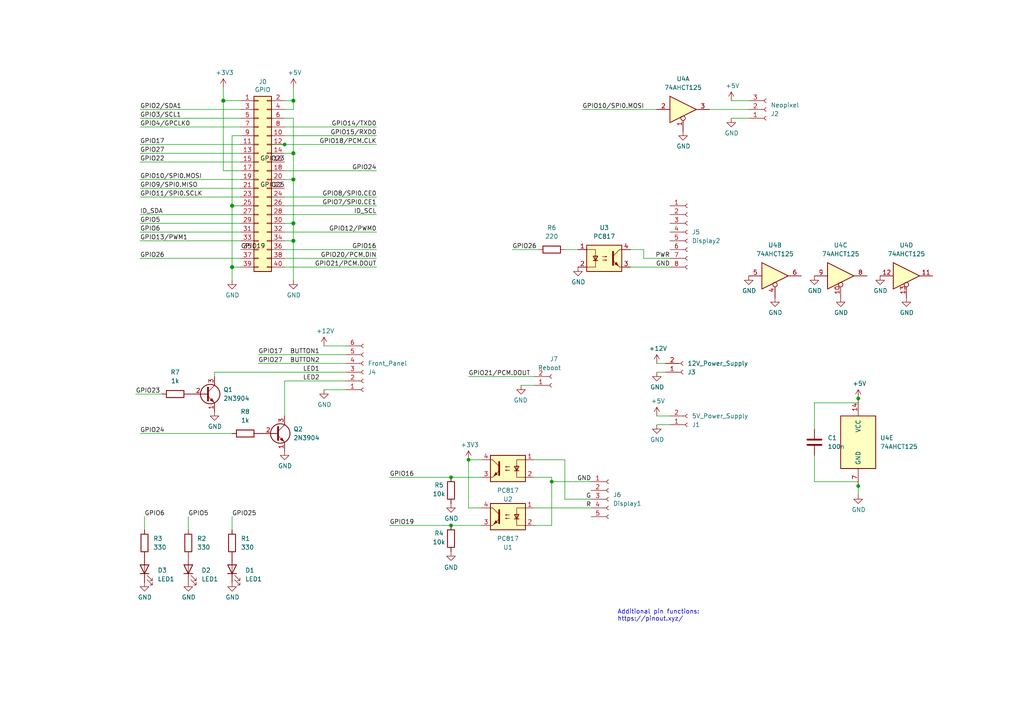
<source format=kicad_sch>
(kicad_sch (version 20231120) (generator "eeschema") (generator_version "8.0")
  (paper "A4")
  (title_block (title "Fotobox_HAT") (date "2024-09-08") (rev "V1.0.1"))
  (lib_symbols
    (symbol "74xx:74AHCT125" (pin_names (offset 1.016))
      (property "Reference" "U" (at 0 1.27 0))
      (property "Value" "74AHCT125" (at 0 -1.27 0))
      (symbol "74AHCT125_1_0"
        (polyline (pts (xy -3.81 3.81) (xy -3.81 -3.81) (xy 3.81 0) (xy -3.81 3.81)) (stroke (width 0.254)) (fill (type background)))
        (pin input inverted (at 0 -6.35 90) (length 4.445) (name "~") (number "1"))
        (pin input line (at -7.62 0 0) (length 3.81) (name "~") (number "2"))
        (pin tri_state line (at 7.62 0 180) (length 3.81) (name "~") (number "3"))
      )
      (symbol "74AHCT125_2_0"
        (polyline (pts (xy -3.81 3.81) (xy -3.81 -3.81) (xy 3.81 0) (xy -3.81 3.81)) (stroke (width 0.254)) (fill (type background)))
        (pin input inverted (at 0 -6.35 90) (length 4.445) (name "~") (number "4"))
        (pin input line (at -7.62 0 0) (length 3.81) (name "~") (number "5"))
        (pin tri_state line (at 7.62 0 180) (length 3.81) (name "~") (number "6"))
      )
      (symbol "74AHCT125_3_0"
        (polyline (pts (xy -3.81 3.81) (xy -3.81 -3.81) (xy 3.81 0) (xy -3.81 3.81)) (stroke (width 0.254)) (fill (type background)))
        (pin input inverted (at 0 -6.35 90) (length 4.445) (name "~") (number "10"))
        (pin tri_state line (at 7.62 0 180) (length 3.81) (name "~") (number "8"))
        (pin input line (at -7.62 0 0) (length 3.81) (name "~") (number "9"))
      )
      (symbol "74AHCT125_4_0"
        (polyline (pts (xy -3.81 3.81) (xy -3.81 -3.81) (xy 3.81 0) (xy -3.81 3.81)) (stroke (width 0.254)) (fill (type background)))
        (pin tri_state line (at 7.62 0 180) (length 3.81) (name "~") (number "11"))
        (pin input line (at -7.62 0 0) (length 3.81) (name "~") (number "12"))
        (pin input inverted (at 0 -6.35 90) (length 4.445) (name "~") (number "13"))
      )
      (symbol "74AHCT125_5_0"
        (pin power_in line (at 0 12.7 270) (length 5.08) (name "VCC") (number "14"))
        (pin power_in line (at 0 -12.7 90) (length 5.08) (name "GND") (number "7"))
      )
      (symbol "74AHCT125_5_1"
        (rectangle (start -5.08 7.62) (end 5.08 -7.62) (stroke (width 0.254)) (fill (type background)))
      )
    )
    (symbol "Connector:Conn_01x02_Socket" (pin_names (offset 1.016) hide)
      (property "Reference" "J" (at 0 2.54 0))
      (property "Value" "Conn_01x02_Socket" (at 0 -5.08 0))
      (symbol "Conn_01x02_Socket_1_1"
        (arc (start 0 -2.032) (mid -0.5058 -2.54) (end 0 -3.048) (stroke (width 0.1524)))
        (polyline (pts (xy -1.27 -2.54) (xy -0.508 -2.54)) (stroke (width 0.1524)))
        (polyline (pts (xy -1.27 0) (xy -0.508 0)) (stroke (width 0.1524)))
        (arc (start 0 0.508) (mid -0.5058 0) (end 0 -0.508) (stroke (width 0.1524)))
        (pin passive line (at -5.08 0 0) (length 3.81) (name "Pin_1") (number "1"))
        (pin passive line (at -5.08 -2.54 0) (length 3.81) (name "Pin_2") (number "2"))
      )
    )
    (symbol "Connector:Conn_01x03_Socket" (pin_names (offset 1.016) hide)
      (property "Reference" "J" (at 0 5.08 0))
      (property "Value" "Conn_01x03_Socket" (at 0 -5.08 0))
      (symbol "Conn_01x03_Socket_1_1"
        (arc (start 0 -2.032) (mid -0.5058 -2.54) (end 0 -3.048) (stroke (width 0.1524)))
        (polyline (pts (xy -1.27 -2.54) (xy -0.508 -2.54)) (stroke (width 0.1524)))
        (polyline (pts (xy -1.27 0) (xy -0.508 0)) (stroke (width 0.1524)))
        (polyline (pts (xy -1.27 2.54) (xy -0.508 2.54)) (stroke (width 0.1524)))
        (arc (start 0 0.508) (mid -0.5058 0) (end 0 -0.508) (stroke (width 0.1524)))
        (arc (start 0 3.048) (mid -0.5058 2.54) (end 0 2.032) (stroke (width 0.1524)))
        (pin passive line (at -5.08 2.54 0) (length 3.81) (name "Pin_1") (number "1"))
        (pin passive line (at -5.08 0 0) (length 3.81) (name "Pin_2") (number "2"))
        (pin passive line (at -5.08 -2.54 0) (length 3.81) (name "Pin_3") (number "3"))
      )
    )
    (symbol "Connector:Conn_01x05_Socket" (pin_names (offset 1.016) hide)
      (property "Reference" "J" (at 0 7.62 0))
      (property "Value" "Conn_01x05_Socket" (at 0 -7.62 0))
      (symbol "Conn_01x05_Socket_1_1"
        (arc (start 0 -4.572) (mid -0.5058 -5.08) (end 0 -5.588) (stroke (width 0.1524)))
        (arc (start 0 -2.032) (mid -0.5058 -2.54) (end 0 -3.048) (stroke (width 0.1524)))
        (polyline (pts (xy -1.27 -5.08) (xy -0.508 -5.08)) (stroke (width 0.1524)))
        (polyline (pts (xy -1.27 -2.54) (xy -0.508 -2.54)) (stroke (width 0.1524)))
        (polyline (pts (xy -1.27 0) (xy -0.508 0)) (stroke (width 0.1524)))
        (polyline (pts (xy -1.27 2.54) (xy -0.508 2.54)) (stroke (width 0.1524)))
        (polyline (pts (xy -1.27 5.08) (xy -0.508 5.08)) (stroke (width 0.1524)))
        (arc (start 0 0.508) (mid -0.5058 0) (end 0 -0.508) (stroke (width 0.1524)))
        (arc (start 0 3.048) (mid -0.5058 2.54) (end 0 2.032) (stroke (width 0.1524)))
        (arc (start 0 5.588) (mid -0.5058 5.08) (end 0 4.572) (stroke (width 0.1524)))
        (pin passive line (at -5.08 5.08 0) (length 3.81) (name "Pin_1") (number "1"))
        (pin passive line (at -5.08 2.54 0) (length 3.81) (name "Pin_2") (number "2"))
        (pin passive line (at -5.08 0 0) (length 3.81) (name "Pin_3") (number "3"))
        (pin passive line (at -5.08 -2.54 0) (length 3.81) (name "Pin_4") (number "4"))
        (pin passive line (at -5.08 -5.08 0) (length 3.81) (name "Pin_5") (number "5"))
      )
    )
    (symbol "Connector:Conn_01x06_Socket" (pin_names (offset 1.016) hide)
      (property "Reference" "J" (at 0 7.62 0))
      (property "Value" "Conn_01x06_Socket" (at 0 -10.16 0))
      (symbol "Conn_01x06_Socket_1_1"
        (arc (start 0 -7.112) (mid -0.5058 -7.62) (end 0 -8.128) (stroke (width 0.1524)))
        (arc (start 0 -4.572) (mid -0.5058 -5.08) (end 0 -5.588) (stroke (width 0.1524)))
        (arc (start 0 -2.032) (mid -0.5058 -2.54) (end 0 -3.048) (stroke (width 0.1524)))
        (polyline (pts (xy -1.27 -7.62) (xy -0.508 -7.62)) (stroke (width 0.1524)))
        (polyline (pts (xy -1.27 -5.08) (xy -0.508 -5.08)) (stroke (width 0.1524)))
        (polyline (pts (xy -1.27 -2.54) (xy -0.508 -2.54)) (stroke (width 0.1524)))
        (polyline (pts (xy -1.27 0) (xy -0.508 0)) (stroke (width 0.1524)))
        (polyline (pts (xy -1.27 2.54) (xy -0.508 2.54)) (stroke (width 0.1524)))
        (polyline (pts (xy -1.27 5.08) (xy -0.508 5.08)) (stroke (width 0.1524)))
        (arc (start 0 0.508) (mid -0.5058 0) (end 0 -0.508) (stroke (width 0.1524)))
        (arc (start 0 3.048) (mid -0.5058 2.54) (end 0 2.032) (stroke (width 0.1524)))
        (arc (start 0 5.588) (mid -0.5058 5.08) (end 0 4.572) (stroke (width 0.1524)))
        (pin passive line (at -5.08 5.08 0) (length 3.81) (name "Pin_1") (number "1"))
        (pin passive line (at -5.08 2.54 0) (length 3.81) (name "Pin_2") (number "2"))
        (pin passive line (at -5.08 0 0) (length 3.81) (name "Pin_3") (number "3"))
        (pin passive line (at -5.08 -2.54 0) (length 3.81) (name "Pin_4") (number "4"))
        (pin passive line (at -5.08 -5.08 0) (length 3.81) (name "Pin_5") (number "5"))
        (pin passive line (at -5.08 -7.62 0) (length 3.81) (name "Pin_6") (number "6"))
      )
    )
    (symbol "Connector:Conn_01x08_Socket" (pin_names (offset 1.016) hide)
      (property "Reference" "J" (at 0 10.16 0))
      (property "Value" "Conn_01x08_Socket" (at 0 -12.7 0))
      (symbol "Conn_01x08_Socket_1_1"
        (arc (start 0 -9.652) (mid -0.5058 -10.16) (end 0 -10.668) (stroke (width 0.1524)))
        (arc (start 0 -7.112) (mid -0.5058 -7.62) (end 0 -8.128) (stroke (width 0.1524)))
        (arc (start 0 -4.572) (mid -0.5058 -5.08) (end 0 -5.588) (stroke (width 0.1524)))
        (arc (start 0 -2.032) (mid -0.5058 -2.54) (end 0 -3.048) (stroke (width 0.1524)))
        (polyline (pts (xy -1.27 -10.16) (xy -0.508 -10.16)) (stroke (width 0.1524)))
        (polyline (pts (xy -1.27 -7.62) (xy -0.508 -7.62)) (stroke (width 0.1524)))
        (polyline (pts (xy -1.27 -5.08) (xy -0.508 -5.08)) (stroke (width 0.1524)))
        (polyline (pts (xy -1.27 -2.54) (xy -0.508 -2.54)) (stroke (width 0.1524)))
        (polyline (pts (xy -1.27 0) (xy -0.508 0)) (stroke (width 0.1524)))
        (polyline (pts (xy -1.27 2.54) (xy -0.508 2.54)) (stroke (width 0.1524)))
        (polyline (pts (xy -1.27 5.08) (xy -0.508 5.08)) (stroke (width 0.1524)))
        (polyline (pts (xy -1.27 7.62) (xy -0.508 7.62)) (stroke (width 0.1524)))
        (arc (start 0 0.508) (mid -0.5058 0) (end 0 -0.508) (stroke (width 0.1524)))
        (arc (start 0 3.048) (mid -0.5058 2.54) (end 0 2.032) (stroke (width 0.1524)))
        (arc (start 0 5.588) (mid -0.5058 5.08) (end 0 4.572) (stroke (width 0.1524)))
        (arc (start 0 8.128) (mid -0.5058 7.62) (end 0 7.112) (stroke (width 0.1524)))
        (pin passive line (at -5.08 7.62 0) (length 3.81) (name "Pin_1") (number "1"))
        (pin passive line (at -5.08 5.08 0) (length 3.81) (name "Pin_2") (number "2"))
        (pin passive line (at -5.08 2.54 0) (length 3.81) (name "Pin_3") (number "3"))
        (pin passive line (at -5.08 0 0) (length 3.81) (name "Pin_4") (number "4"))
        (pin passive line (at -5.08 -2.54 0) (length 3.81) (name "Pin_5") (number "5"))
        (pin passive line (at -5.08 -5.08 0) (length 3.81) (name "Pin_6") (number "6"))
        (pin passive line (at -5.08 -7.62 0) (length 3.81) (name "Pin_7") (number "7"))
        (pin passive line (at -5.08 -10.16 0) (length 3.81) (name "Pin_8") (number "8"))
      )
    )
    (symbol "Connector_Generic:Conn_02x20_Odd_Even" (pin_names (offset 1.016) hide)
      (property "Reference" "J" (at 1.27 25.4 0))
      (property "Value" "Conn_02x20_Odd_Even" (at 1.27 -27.94 0))
      (symbol "Conn_02x20_Odd_Even_1_1"
        (rectangle (start -1.27 -25.273) (end 0 -25.527) (stroke (width 0.1524)))
        (rectangle (start -1.27 -22.733) (end 0 -22.987) (stroke (width 0.1524)))
        (rectangle (start -1.27 -20.193) (end 0 -20.447) (stroke (width 0.1524)))
        (rectangle (start -1.27 -17.653) (end 0 -17.907) (stroke (width 0.1524)))
        (rectangle (start -1.27 -15.113) (end 0 -15.367) (stroke (width 0.1524)))
        (rectangle (start -1.27 -12.573) (end 0 -12.827) (stroke (width 0.1524)))
        (rectangle (start -1.27 -10.033) (end 0 -10.287) (stroke (width 0.1524)))
        (rectangle (start -1.27 -7.493) (end 0 -7.747) (stroke (width 0.1524)))
        (rectangle (start -1.27 -4.953) (end 0 -5.207) (stroke (width 0.1524)))
        (rectangle (start -1.27 -2.413) (end 0 -2.667) (stroke (width 0.1524)))
        (rectangle (start -1.27 0.127) (end 0 -0.127) (stroke (width 0.1524)))
        (rectangle (start -1.27 2.667) (end 0 2.413) (stroke (width 0.1524)))
        (rectangle (start -1.27 5.207) (end 0 4.953) (stroke (width 0.1524)))
        (rectangle (start -1.27 7.747) (end 0 7.493) (stroke (width 0.1524)))
        (rectangle (start -1.27 10.287) (end 0 10.033) (stroke (width 0.1524)))
        (rectangle (start -1.27 12.827) (end 0 12.573) (stroke (width 0.1524)))
        (rectangle (start -1.27 15.367) (end 0 15.113) (stroke (width 0.1524)))
        (rectangle (start -1.27 17.907) (end 0 17.653) (stroke (width 0.1524)))
        (rectangle (start -1.27 20.447) (end 0 20.193) (stroke (width 0.1524)))
        (rectangle (start -1.27 22.987) (end 0 22.733) (stroke (width 0.1524)))
        (rectangle (start -1.27 24.13) (end 3.81 -26.67) (stroke (width 0.254)) (fill (type background)))
        (rectangle (start 3.81 -25.273) (end 2.54 -25.527) (stroke (width 0.1524)))
        (rectangle (start 3.81 -22.733) (end 2.54 -22.987) (stroke (width 0.1524)))
        (rectangle (start 3.81 -20.193) (end 2.54 -20.447) (stroke (width 0.1524)))
        (rectangle (start 3.81 -17.653) (end 2.54 -17.907) (stroke (width 0.1524)))
        (rectangle (start 3.81 -15.113) (end 2.54 -15.367) (stroke (width 0.1524)))
        (rectangle (start 3.81 -12.573) (end 2.54 -12.827) (stroke (width 0.1524)))
        (rectangle (start 3.81 -10.033) (end 2.54 -10.287) (stroke (width 0.1524)))
        (rectangle (start 3.81 -7.493) (end 2.54 -7.747) (stroke (width 0.1524)))
        (rectangle (start 3.81 -4.953) (end 2.54 -5.207) (stroke (width 0.1524)))
        (rectangle (start 3.81 -2.413) (end 2.54 -2.667) (stroke (width 0.1524)))
        (rectangle (start 3.81 0.127) (end 2.54 -0.127) (stroke (width 0.1524)))
        (rectangle (start 3.81 2.667) (end 2.54 2.413) (stroke (width 0.1524)))
        (rectangle (start 3.81 5.207) (end 2.54 4.953) (stroke (width 0.1524)))
        (rectangle (start 3.81 7.747) (end 2.54 7.493) (stroke (width 0.1524)))
        (rectangle (start 3.81 10.287) (end 2.54 10.033) (stroke (width 0.1524)))
        (rectangle (start 3.81 12.827) (end 2.54 12.573) (stroke (width 0.1524)))
        (rectangle (start 3.81 15.367) (end 2.54 15.113) (stroke (width 0.1524)))
        (rectangle (start 3.81 17.907) (end 2.54 17.653) (stroke (width 0.1524)))
        (rectangle (start 3.81 20.447) (end 2.54 20.193) (stroke (width 0.1524)))
        (rectangle (start 3.81 22.987) (end 2.54 22.733) (stroke (width 0.1524)))
        (pin passive line (at -5.08 22.86 0) (length 3.81) (name "Pin_1") (number "1"))
        (pin passive line (at 7.62 12.7 180) (length 3.81) (name "Pin_10") (number "10"))
        (pin passive line (at -5.08 10.16 0) (length 3.81) (name "Pin_11") (number "11"))
        (pin passive line (at 7.62 10.16 180) (length 3.81) (name "Pin_12") (number "12"))
        (pin passive line (at -5.08 7.62 0) (length 3.81) (name "Pin_13") (number "13"))
        (pin passive line (at 7.62 7.62 180) (length 3.81) (name "Pin_14") (number "14"))
        (pin passive line (at -5.08 5.08 0) (length 3.81) (name "Pin_15") (number "15"))
        (pin passive line (at 7.62 5.08 180) (length 3.81) (name "Pin_16") (number "16"))
        (pin passive line (at -5.08 2.54 0) (length 3.81) (name "Pin_17") (number "17"))
        (pin passive line (at 7.62 2.54 180) (length 3.81) (name "Pin_18") (number "18"))
        (pin passive line (at -5.08 0 0) (length 3.81) (name "Pin_19") (number "19"))
        (pin passive line (at 7.62 22.86 180) (length 3.81) (name "Pin_2") (number "2"))
        (pin passive line (at 7.62 0 180) (length 3.81) (name "Pin_20") (number "20"))
        (pin passive line (at -5.08 -2.54 0) (length 3.81) (name "Pin_21") (number "21"))
        (pin passive line (at 7.62 -2.54 180) (length 3.81) (name "Pin_22") (number "22"))
        (pin passive line (at -5.08 -5.08 0) (length 3.81) (name "Pin_23") (number "23"))
        (pin passive line (at 7.62 -5.08 180) (length 3.81) (name "Pin_24") (number "24"))
        (pin passive line (at -5.08 -7.62 0) (length 3.81) (name "Pin_25") (number "25"))
        (pin passive line (at 7.62 -7.62 180) (length 3.81) (name "Pin_26") (number "26"))
        (pin passive line (at -5.08 -10.16 0) (length 3.81) (name "Pin_27") (number "27"))
        (pin passive line (at 7.62 -10.16 180) (length 3.81) (name "Pin_28") (number "28"))
        (pin passive line (at -5.08 -12.7 0) (length 3.81) (name "Pin_29") (number "29"))
        (pin passive line (at -5.08 20.32 0) (length 3.81) (name "Pin_3") (number "3"))
        (pin passive line (at 7.62 -12.7 180) (length 3.81) (name "Pin_30") (number "30"))
        (pin passive line (at -5.08 -15.24 0) (length 3.81) (name "Pin_31") (number "31"))
        (pin passive line (at 7.62 -15.24 180) (length 3.81) (name "Pin_32") (number "32"))
        (pin passive line (at -5.08 -17.78 0) (length 3.81) (name "Pin_33") (number "33"))
        (pin passive line (at 7.62 -17.78 180) (length 3.81) (name "Pin_34") (number "34"))
        (pin passive line (at -5.08 -20.32 0) (length 3.81) (name "Pin_35") (number "35"))
        (pin passive line (at 7.62 -20.32 180) (length 3.81) (name "Pin_36") (number "36"))
        (pin passive line (at -5.08 -22.86 0) (length 3.81) (name "Pin_37") (number "37"))
        (pin passive line (at 7.62 -22.86 180) (length 3.81) (name "Pin_38") (number "38"))
        (pin passive line (at -5.08 -25.4 0) (length 3.81) (name "Pin_39") (number "39"))
        (pin passive line (at 7.62 20.32 180) (length 3.81) (name "Pin_4") (number "4"))
        (pin passive line (at 7.62 -25.4 180) (length 3.81) (name "Pin_40") (number "40"))
        (pin passive line (at -5.08 17.78 0) (length 3.81) (name "Pin_5") (number "5"))
        (pin passive line (at 7.62 17.78 180) (length 3.81) (name "Pin_6") (number "6"))
        (pin passive line (at -5.08 15.24 0) (length 3.81) (name "Pin_7") (number "7"))
        (pin passive line (at 7.62 15.24 180) (length 3.81) (name "Pin_8") (number "8"))
        (pin passive line (at -5.08 12.7 0) (length 3.81) (name "Pin_9") (number "9"))
      )
    )
    (symbol "Device:C" (pin_numbers hide) (pin_names (offset 0.254))
      (property "Reference" "C" (at 0.635 2.54 0))
      (property "Value" "C" (at 0.635 -2.54 0))
      (symbol "C_0_1"
        (polyline (pts (xy -2.032 -0.762) (xy 2.032 -0.762)) (stroke (width 0.508)))
        (polyline (pts (xy -2.032 0.762) (xy 2.032 0.762)) (stroke (width 0.508)))
      )
      (symbol "C_1_1"
        (pin passive line (at 0 3.81 270) (length 2.794) (name "~") (number "1"))
        (pin passive line (at 0 -3.81 90) (length 2.794) (name "~") (number "2"))
      )
    )
    (symbol "Device:LED" (pin_numbers hide) (pin_names (offset 1.016) hide)
      (property "Reference" "D" (at 0 2.54 0))
      (property "Value" "LED" (at 0 -2.54 0))
      (symbol "LED_0_1"
        (polyline (pts (xy -1.27 -1.27) (xy -1.27 1.27)) (stroke (width 0.254)))
        (polyline (pts (xy -1.27 0) (xy 1.27 0)))
        (polyline (pts (xy 1.27 -1.27) (xy 1.27 1.27) (xy -1.27 0) (xy 1.27 -1.27)) (stroke (width 0.254)))
        (polyline (pts (xy -3.048 -0.762) (xy -4.572 -2.286) (xy -3.81 -2.286) (xy -4.572 -2.286) (xy -4.572 -1.524)))
        (polyline (pts (xy -1.778 -0.762) (xy -3.302 -2.286) (xy -2.54 -2.286) (xy -3.302 -2.286) (xy -3.302 -1.524)))
      )
      (symbol "LED_1_1"
        (pin passive line (at -3.81 0 0) (length 2.54) (name "K") (number "1"))
        (pin passive line (at 3.81 0 180) (length 2.54) (name "A") (number "2"))
      )
    )
    (symbol "Device:R" (pin_numbers hide) (pin_names (offset 0))
      (property "Reference" "R" (at 2.032 0 90))
      (property "Value" "R" (at 0 0 90))
      (symbol "R_0_1"
        (rectangle (start -1.016 -2.54) (end 1.016 2.54) (stroke (width 0.254)))
      )
      (symbol "R_1_1"
        (pin passive line (at 0 3.81 270) (length 1.27) (name "~") (number "1"))
        (pin passive line (at 0 -3.81 90) (length 1.27) (name "~") (number "2"))
      )
    )
    (symbol "Isolator:PC817" (pin_names (offset 1.016))
      (property "Reference" "U" (at -5.08 5.08 0))
      (property "Value" "PC817" (at 0 5.08 0))
      (symbol "PC817_0_1"
        (rectangle (start -5.08 3.81) (end 5.08 -3.81) (stroke (width 0.254)) (fill (type background)))
        (polyline (pts (xy -3.175 -0.635) (xy -1.905 -0.635)) (stroke (width 0.254)))
        (polyline (pts (xy 2.54 0.635) (xy 4.445 2.54)))
        (polyline (pts (xy 4.445 -2.54) (xy 2.54 -0.635)) (fill (type outline)))
        (polyline (pts (xy 4.445 -2.54) (xy 5.08 -2.54)))
        (polyline (pts (xy 4.445 2.54) (xy 5.08 2.54)))
        (polyline (pts (xy -5.08 2.54) (xy -2.54 2.54) (xy -2.54 -0.635)))
        (polyline (pts (xy -2.54 -0.635) (xy -2.54 -2.54) (xy -5.08 -2.54)))
        (polyline (pts (xy 2.54 1.905) (xy 2.54 -1.905) (xy 2.54 -1.905)) (stroke (width 0.508)))
        (polyline (pts (xy -2.54 -0.635) (xy -3.175 0.635) (xy -1.905 0.635) (xy -2.54 -0.635)) (stroke (width 0.254)))
        (polyline (pts (xy -0.508 -0.508) (xy 0.762 -0.508) (xy 0.381 -0.635) (xy 0.381 -0.381) (xy 0.762 -0.508)))
        (polyline (pts (xy -0.508 0.508) (xy 0.762 0.508) (xy 0.381 0.381) (xy 0.381 0.635) (xy 0.762 0.508)))
        (polyline (pts (xy 3.048 -1.651) (xy 3.556 -1.143) (xy 4.064 -2.159) (xy 3.048 -1.651) (xy 3.048 -1.651)) (fill (type outline)))
      )
      (symbol "PC817_1_1"
        (pin passive line (at -7.62 2.54 0) (length 2.54) (name "~") (number "1"))
        (pin passive line (at -7.62 -2.54 0) (length 2.54) (name "~") (number "2"))
        (pin passive line (at 7.62 -2.54 180) (length 2.54) (name "~") (number "3"))
        (pin passive line (at 7.62 2.54 180) (length 2.54) (name "~") (number "4"))
      )
    )
    (symbol "Transistor_BJT:2N3904" (pin_names (offset 0) hide)
      (property "Reference" "Q" (at 5.08 1.905 0))
      (property "Value" "2N3904" (at 5.08 0 0))
      (symbol "2N3904_0_1"
        (polyline (pts (xy 0.635 0.635) (xy 2.54 2.54)))
        (polyline (pts (xy 0.635 -0.635) (xy 2.54 -2.54) (xy 2.54 -2.54)))
        (polyline (pts (xy 0.635 1.905) (xy 0.635 -1.905) (xy 0.635 -1.905)) (stroke (width 0.508)))
        (polyline (pts (xy 1.27 -1.778) (xy 1.778 -1.27) (xy 2.286 -2.286) (xy 1.27 -1.778) (xy 1.27 -1.778)) (fill (type outline)))
        (circle (center 1.27 0) (radius 2.8194) (stroke (width 0.254)))
      )
      (symbol "2N3904_1_1"
        (pin passive line (at 2.54 -5.08 90) (length 2.54) (name "E") (number "1"))
        (pin passive line (at -5.08 0 0) (length 5.715) (name "B") (number "2"))
        (pin passive line (at 2.54 5.08 270) (length 2.54) (name "C") (number "3"))
      )
    )
    (symbol "power:+3.3V" (power) (pin_names (offset 0))
      (property "Value" "+3.3V" (at 0 3.556 0))
      (symbol "+3.3V_0_1"
        (polyline (pts (xy -0.762 1.27) (xy 0 2.54)))
        (polyline (pts (xy 0 0) (xy 0 2.54)))
        (polyline (pts (xy 0 2.54) (xy 0.762 1.27)))
      )
      (symbol "+3.3V_1_1"
        (pin power_in line (at 0 0 90) (length 0) hide (name "+3V3") (number "1"))
      )
    )
    (symbol "power:+5V" (power) (pin_names (offset 0))
      (property "Value" "+5V" (at 0 3.556 0))
      (symbol "+5V_0_1"
        (polyline (pts (xy -0.762 1.27) (xy 0 2.54)))
        (polyline (pts (xy 0 0) (xy 0 2.54)))
        (polyline (pts (xy 0 2.54) (xy 0.762 1.27)))
      )
      (symbol "+5V_1_1"
        (pin power_in line (at 0 0 90) (length 0) hide (name "+5V") (number "1"))
      )
    )
    (symbol "power:GND" (power) (pin_names (offset 0))
      (property "Value" "GND" (at 0 -3.81 0))
      (symbol "GND_0_1"
        (polyline (pts (xy 0 0) (xy 0 -1.27) (xy 1.27 -1.27) (xy 0 -2.54) (xy -1.27 -1.27) (xy 0 -1.27)))
      )
      (symbol "GND_1_1"
        (pin power_in line (at 0 0 270) (length 0) hide (name "GND") (number "1"))
      )
    )
  )
  (junction (at 160.02 139.7))
  (junction (at 248.92 140.97))
  (junction (at 85.09 29.21) (diameter 1.016))
  (junction (at 85.09 44.45) (diameter 1.016))
  (junction (at 82.55 41.91))
  (junction (at 135.89 133.35))
  (junction (at 130.81 152.4))
  (junction (at 130.81 138.43))
  (junction (at 67.31 77.47) (diameter 1.016))
  (junction (at 67.31 59.69) (diameter 1.016))
  (junction (at 85.09 69.85) (diameter 1.016))
  (junction (at 85.09 64.77) (diameter 1.016))
  (junction (at 248.92 115.57))
  (junction (at 85.09 52.07) (diameter 1.016))
  (junction (at 64.77 29.21) (diameter 1.016))
  (wire (pts (xy 160.02 139.7) (xy 171.45 139.7)))
  (wire (pts (xy 67.31 59.69) (xy 67.31 77.47)))
  (wire (pts (xy 82.55 59.69) (xy 109.22 59.69)))
  (wire (pts (xy 40.64 64.77) (xy 69.85 64.77)))
  (wire (pts (xy 236.22 124.46) (xy 236.22 116.84)))
  (wire (pts (xy 190.5 105.41) (xy 193.04 105.41)))
  (wire (pts (xy 160.02 139.7) (xy 160.02 152.4)))
  (wire (pts (xy 85.09 34.29) (xy 85.09 44.45)))
  (wire (pts (xy 85.09 52.07) (xy 82.55 52.07)))
  (wire (pts (xy 82.55 41.91) (xy 109.22 41.91)))
  (wire (pts (xy 194.31 74.93) (xy 186.69 74.93)))
  (wire (pts (xy 74.93 102.87) (xy 100.33 102.87)))
  (wire (pts (xy 85.09 64.77) (xy 85.09 69.85)))
  (wire (pts (xy 40.64 46.99) (xy 69.85 46.99)))
  (wire (pts (xy 85.09 52.07) (xy 85.09 64.77)))
  (wire (pts (xy 82.55 36.83) (xy 109.22 36.83)))
  (wire (pts (xy 248.92 116.84) (xy 248.92 115.57)))
  (wire (pts (xy 248.92 140.97) (xy 248.92 143.51)))
  (wire (pts (xy 67.31 39.37) (xy 67.31 59.69)))
  (wire (pts (xy 67.31 39.37) (xy 69.85 39.37)))
  (wire (pts (xy 82.55 57.15) (xy 109.22 57.15)))
  (wire (pts (xy 40.64 125.73) (xy 67.31 125.73)))
  (wire (pts (xy 69.85 62.23) (xy 40.64 62.23)))
  (wire (pts (xy 182.88 77.47) (xy 194.31 77.47)))
  (wire (pts (xy 190.5 120.65) (xy 194.31 120.65)))
  (wire (pts (xy 154.94 152.4) (xy 160.02 152.4)))
  (wire (pts (xy 154.94 111.76) (xy 151.13 111.76)))
  (wire (pts (xy 93.98 113.03) (xy 100.33 113.03)))
  (wire (pts (xy 93.98 100.33) (xy 100.33 100.33)))
  (wire (pts (xy 236.22 132.08) (xy 236.22 139.7)))
  (wire (pts (xy 67.31 153.67) (xy 67.31 149.86)))
  (wire (pts (xy 67.31 59.69) (xy 69.85 59.69)))
  (wire (pts (xy 74.93 105.41) (xy 100.33 105.41)))
  (wire (pts (xy 236.22 139.7) (xy 248.92 139.7)))
  (wire (pts (xy 113.03 152.4) (xy 130.81 152.4)))
  (wire (pts (xy 82.55 77.47) (xy 109.22 77.47)))
  (wire (pts (xy 67.31 77.47) (xy 67.31 81.28)))
  (wire (pts (xy 64.77 25.4) (xy 64.77 29.21)))
  (wire (pts (xy 40.64 67.31) (xy 69.85 67.31)))
  (wire (pts (xy 40.64 52.07) (xy 69.85 52.07)))
  (wire (pts (xy 85.09 69.85) (xy 82.55 69.85)))
  (wire (pts (xy 168.91 31.75) (xy 190.5 31.75)))
  (wire (pts (xy 40.64 34.29) (xy 69.85 34.29)))
  (wire (pts (xy 186.69 74.93) (xy 186.69 72.39)))
  (wire (pts (xy 40.64 57.15) (xy 69.85 57.15)))
  (wire (pts (xy 39.37 114.3) (xy 46.99 114.3)))
  (wire (pts (xy 64.77 49.53) (xy 69.85 49.53)))
  (wire (pts (xy 69.85 31.75) (xy 40.64 31.75)))
  (wire (pts (xy 85.09 29.21) (xy 85.09 31.75)))
  (wire (pts (xy 62.23 109.22) (xy 62.23 107.95)))
  (wire (pts (xy 85.09 44.45) (xy 85.09 52.07)))
  (wire (pts (xy 85.09 44.45) (xy 82.55 44.45)))
  (wire (pts (xy 85.09 25.4) (xy 85.09 29.21)))
  (wire (pts (xy 40.64 36.83) (xy 69.85 36.83)))
  (wire (pts (xy 40.64 44.45) (xy 69.85 44.45)))
  (wire (pts (xy 85.09 29.21) (xy 82.55 29.21)))
  (wire (pts (xy 64.77 29.21) (xy 64.77 49.53)))
  (wire (pts (xy 82.55 49.53) (xy 109.22 49.53)))
  (wire (pts (xy 82.55 39.37) (xy 109.22 39.37)))
  (wire (pts (xy 40.64 41.91) (xy 69.85 41.91)))
  (wire (pts (xy 154.94 138.43) (xy 160.02 138.43)))
  (wire (pts (xy 135.89 147.32) (xy 139.7 147.32)))
  (wire (pts (xy 190.5 123.19) (xy 194.31 123.19)))
  (wire (pts (xy 130.81 152.4) (xy 139.7 152.4)))
  (wire (pts (xy 40.64 54.61) (xy 69.85 54.61)))
  (wire (pts (xy 248.92 139.7) (xy 248.92 140.97)))
  (wire (pts (xy 212.09 34.29) (xy 217.17 34.29)))
  (wire (pts (xy 54.61 149.86) (xy 54.61 153.67)))
  (wire (pts (xy 85.09 31.75) (xy 82.55 31.75)))
  (wire (pts (xy 148.59 72.39) (xy 156.21 72.39)))
  (wire (pts (xy 82.55 72.39) (xy 109.22 72.39)))
  (wire (pts (xy 163.83 133.35) (xy 163.83 144.78)))
  (wire (pts (xy 82.55 67.31) (xy 109.22 67.31)))
  (wire (pts (xy 67.31 77.47) (xy 69.85 77.47)))
  (wire (pts (xy 160.02 139.7) (xy 160.02 138.43)))
  (wire (pts (xy 82.55 74.93) (xy 109.22 74.93)))
  (wire (pts (xy 85.09 34.29) (xy 82.55 34.29)))
  (wire (pts (xy 182.88 72.39) (xy 186.69 72.39)))
  (wire (pts (xy 190.5 107.95) (xy 193.04 107.95)))
  (wire (pts (xy 40.64 74.93) (xy 69.85 74.93)))
  (wire (pts (xy 236.22 116.84) (xy 248.92 116.84)))
  (wire (pts (xy 154.94 147.32) (xy 171.45 147.32)))
  (wire (pts (xy 154.94 133.35) (xy 163.83 133.35)))
  (wire (pts (xy 135.89 133.35) (xy 139.7 133.35)))
  (wire (pts (xy 154.94 109.22) (xy 135.89 109.22)))
  (wire (pts (xy 163.83 144.78) (xy 171.45 144.78)))
  (wire (pts (xy 135.89 147.32) (xy 135.89 133.35)))
  (wire (pts (xy 130.81 138.43) (xy 139.7 138.43)))
  (wire (pts (xy 163.83 72.39) (xy 167.64 72.39)))
  (wire (pts (xy 85.09 69.85) (xy 85.09 81.28)))
  (wire (pts (xy 85.09 64.77) (xy 82.55 64.77)))
  (wire (pts (xy 62.23 107.95) (xy 100.33 107.95)))
  (wire (pts (xy 64.77 29.21) (xy 69.85 29.21)))
  (wire (pts (xy 113.03 138.43) (xy 130.81 138.43)))
  (wire (pts (xy 212.09 29.21) (xy 217.17 29.21)))
  (wire (pts (xy 78.74 41.91) (xy 82.55 41.91)))
  (wire (pts (xy 205.74 31.75) (xy 217.17 31.75)))
  (wire (pts (xy 41.91 149.86) (xy 41.91 153.67)))
  (wire (pts (xy 82.55 110.49) (xy 100.33 110.49)))
  (wire (pts (xy 82.55 62.23) (xy 109.22 62.23)))
  (wire (pts (xy 82.55 120.65) (xy 82.55 110.49)))
  (wire (pts (xy 40.64 69.85) (xy 69.85 69.85)))
  (text "Additional pin functions:\nhttps://pinout.xyz/" (at 179.07 180.34 0) (effects (font (size 1.27 1.27)) (justify left bottom)))
  (label "GPIO23" (at 39.37 114.3 0))
  (label "GND" (at 171.45 139.7 180))
  (label "ID_SDA" (at 40.64 62.23 0))
  (label "GPIO6" (at 40.64 67.31 0))
  (label "GPIO17" (at 74.93 102.87 0))
  (label "ID_SCL" (at 109.22 62.23 180))
  (label "GPIO5" (at 40.64 64.77 0))
  (label "GPIO10{slash}SPI0.MOSI" (at 168.91 31.75 0))
  (label "GPIO21{slash}PCM.DOUT" (at 109.22 77.47 180))
  (label "GPIO19" (at 69.85 72.39 0))
  (label "BUTTON2" (at 92.71 105.41 180))
  (label "GPIO10{slash}SPI0.MOSI" (at 40.64 52.07 0))
  (label "GPIO9{slash}SPI0.MISO" (at 40.64 54.61 0))
  (label "G" (at 171.45 144.78 180))
  (label "GPIO23" (at 82.55 46.99 180))
  (label "GPIO4{slash}GPCLK0" (at 40.64 36.83 0))
  (label "GPIO27" (at 40.64 44.45 0))
  (label "GPIO26" (at 40.64 74.93 0))
  (label "GPIO14{slash}TXD0" (at 109.22 36.83 180))
  (label "GPIO8{slash}SPI0.CE0" (at 109.22 57.15 180))
  (label "GPIO5" (at 54.61 149.86 0))
  (label "GPIO15{slash}RXD0" (at 109.22 39.37 180))
  (label "GPIO16" (at 109.22 72.39 180))
  (label "BUTTON1" (at 92.71 102.87 180))
  (label "LED2" (at 92.71 110.49 180))
  (label "GPIO24" (at 40.64 125.73 0))
  (label "GPIO22" (at 40.64 46.99 0))
  (label "GPIO21/PCM.DOUT" (at 135.89 109.22 0))
  (label "LED1" (at 92.71 107.95 180))
  (label "GPIO2{slash}SDA1" (at 40.64 31.75 0))
  (label "GPIO27" (at 74.93 105.41 0))
  (label "GPIO17" (at 40.64 41.91 0))
  (label "GPIO16" (at 113.03 138.43 0))
  (label "GND" (at 194.31 77.47 180))
  (label "GPIO25" (at 82.55 54.61 180))
  (label "GPIO3{slash}SCL1" (at 40.64 34.29 0))
  (label "GPIO18{slash}PCM.CLK" (at 109.22 41.91 180))
  (label "GPIO19" (at 113.03 152.4 0))
  (label "GPIO26" (at 148.59 72.39 0))
  (label "GPIO12{slash}PWM0" (at 109.22 67.31 180))
  (label "PWR" (at 194.31 74.93 180))
  (label "GPIO25" (at 67.31 149.86 0))
  (label "GPIO13{slash}PWM1" (at 40.64 69.85 0))
  (label "R" (at 171.45 147.32 180))
  (label "GPIO20{slash}PCM.DIN" (at 109.22 74.93 180))
  (label "GPIO24" (at 109.22 49.53 180))
  (label "GPIO7{slash}SPI0.CE1" (at 109.22 59.69 180))
  (label "GPIO6" (at 41.91 149.86 0))
  (label "GPIO11{slash}SPI0.SCLK" (at 40.64 57.15 0))
  (symbol (lib_id "power:+5V") (at 85.09 25.4 0) (unit 1)
    (property "Reference" "#PWR01" (effects (hide yes)))
    (property "Value" "+5V" (at 85.4583 21.0756 0))
  )
  (symbol (lib_id "power:+3.3V") (at 64.77 25.4 0) (unit 1)
    (property "Reference" "#PWR04" (effects (hide yes)))
    (property "Value" "+3V3" (at 65.1383 21.0756 0))
  )
  (symbol (lib_id "power:GND") (at 85.09 81.28 0) (unit 1)
    (property "Reference" "#PWR02" (effects (hide yes)))
    (property "Value" "GND" (at 85.2043 85.6044 0))
  )
  (symbol (lib_id "power:GND") (at 67.31 81.28 0) (unit 1)
    (property "Reference" "#PWR03" (effects (hide yes)))
    (property "Value" "GND" (at 67.4243 85.6044 0))
  )
  (symbol (lib_id "Connector_Generic:Conn_02x20_Odd_Even") (at 74.93 52.07 0) (unit 1)
    (property "Reference" "J0" (at 76.2 23.7298 0))
    (property "Value" "GPIO" (at 76.2 26.035 0))
    (property "Footprint" "Connector_PinSocket_2.54mm:PinSocket_2x20_P2.54mm_Vertical" (effects (hide yes)))
  )
  (symbol (lib_id "power:GND") (at 130.81 160.02 0) (unit 1)
    (property "Reference" "#PWR07" (effects (hide yes)))
    (property "Value" "GND" (at 130.81 164.592 0))
  )
  (symbol (lib_id "power:+5V") (at 212.09 29.21 0) (unit 1)
    (property "Reference" "#PWR06" (effects (hide yes)))
    (property "Value" "+5V" (at 212.4583 24.8856 0))
  )
  (symbol (lib_id "power:+5V") (at 190.5 120.65 0) (unit 1)
    (property "Reference" "#PWR012" (effects (hide yes)))
    (property "Value" "+5V" (at 190.8683 116.3256 0))
  )
  (symbol (lib_id "power:GND") (at 62.23 119.38 0) (unit 1)
    (property "Reference" "#PWR011" (effects (hide yes)))
    (property "Value" "GND" (at 62.3443 123.7044 0))
  )
  (symbol (lib_id "Transistor_BJT:2N3904") (at 80.01 125.73 0) (unit 1)
    (property "Reference" "Q2" (at 85.09 124.4599 0) (effects (justify left)))
    (property "Value" "2N3904" (at 85.09 126.9999 0) (effects (justify left)))
    (property "Footprint" "Package_TO_SOT_SMD:SOT-89-3_Handsoldering" (effects (hide yes)))
    (property "Datasheet" "https://www.onsemi.com/pub/Collateral/2N3903-D.PDF" (effects (hide yes)))
    (property "Description" "0.2A Ic, 40V Vce, Small Signal NPN Transistor, TO-92" (effects (hide yes)))
  )
  (symbol (lib_id "power:GND") (at 151.13 111.76 0) (mirror y) (unit 1)
    (property "Reference" "#PWR031" (effects (hide yes)))
    (property "Value" "GND" (at 151.0157 116.0844 0))
  )
  (symbol (lib_id "Transistor_BJT:2N3904") (at 59.69 114.3 0) (unit 1)
    (property "Reference" "Q1" (at 64.77 113.0299 0) (effects (justify left)))
    (property "Value" "2N3904" (at 64.77 115.5699 0) (effects (justify left)))
    (property "Footprint" "Package_TO_SOT_SMD:SOT-89-3_Handsoldering" (effects (hide yes)))
    (property "Datasheet" "https://www.onsemi.com/pub/Collateral/2N3903-D.PDF" (effects (hide yes)))
    (property "Description" "0.2A Ic, 40V Vce, Small Signal NPN Transistor, TO-92" (effects (hide yes)))
  )
  (symbol (lib_id "Connector:Conn_01x06_Socket") (at 105.41 107.95 0) (mirror x) (unit 1)
    (property "Reference" "J4" (at 106.68 107.9501 0) (effects (justify left)))
    (property "Value" "Front_Panel" (at 106.68 105.4101 0) (effects (justify left)))
    (property "Footprint" "TerminalBlock:TerminalBlock_bornier-6_P5.08mm" (effects (hide yes)))
    (property "Description" "Generic connector, single row, 01x06, script generated" (effects (hide yes)))
  )
  (symbol (lib_id "Device:R") (at 54.61 157.48 0) (unit 1)
    (property "Reference" "R2" (at 57.15 156.2099 0) (effects (justify left)))
    (property "Value" "330" (at 57.15 158.7499 0) (effects (justify left)))
    (property "Footprint" "Resistor_SMD:R_1206_3216Metric_Pad1.30x1.75mm_HandSolder" (effects (hide yes)))
    (property "Description" "Resistor" (effects (hide yes)))
  )
  (symbol (lib_id "power:GND") (at 262.89 86.36 0) (unit 1)
    (property "Reference" "#PWR027" (effects (hide yes)))
    (property "Value" "GND" (at 263.0043 90.6844 0))
  )
  (symbol (lib_id "74xx:74AHCT125") (at 243.84 80.01 0) (unit 3)
    (property "Reference" "U4" (at 243.84 71.12 0))
    (property "Value" "74AHCT125" (at 243.84 73.66 0))
    (property "Footprint" "Package_SO:SOIC-14_3.9x8.7mm_P1.27mm" (effects (hide yes)))
    (property "Datasheet" "https://www.ti.com/lit/ds/symlink/sn74ahct125.pdf" (effects (hide yes)))
    (property "Description" "Quadruple Bus Buffer Gates With 3-State Outputs" (effects (hide yes)))
  )
  (symbol (lib_id "Connector:Conn_01x02_Socket") (at 199.39 123.19 0) (mirror x) (unit 1)
    (property "Reference" "J1" (at 200.66 123.1901 0) (effects (justify left)))
    (property "Value" "5V_Power_Supply" (at 200.66 120.6501 0) (effects (justify left)))
    (property "Footprint" "TerminalBlock:TerminalBlock_bornier-2_P5.08mm" (effects (hide yes)))
    (property "Description" "Generic connector, single row, 01x02, script generated" (effects (hide yes)))
  )
  (symbol (lib_id "Device:R") (at 67.31 157.48 0) (unit 1)
    (property "Reference" "R1" (at 69.85 156.2099 0) (effects (justify left)))
    (property "Value" "330" (at 69.85 158.7499 0) (effects (justify left)))
    (property "Footprint" "Resistor_SMD:R_1206_3216Metric_Pad1.30x1.75mm_HandSolder" (effects (hide yes)))
    (property "Description" "Resistor" (effects (hide yes)))
  )
  (symbol (lib_id "74xx:74AHCT125") (at 198.12 31.75 0) (unit 1)
    (property "Reference" "U4" (at 198.12 22.86 0))
    (property "Value" "74AHCT125" (at 198.12 25.4 0))
    (property "Footprint" "Package_SO:SOIC-14_3.9x8.7mm_P1.27mm" (effects (hide yes)))
    (property "Datasheet" "https://www.ti.com/lit/ds/symlink/sn74ahct125.pdf" (effects (hide yes)))
    (property "Description" "Quadruple Bus Buffer Gates With 3-State Outputs" (effects (hide yes)))
  )
  (symbol (lib_id "Connector:Conn_01x08_Socket") (at 199.39 67.31 0) (unit 1)
    (property "Reference" "J5" (at 200.66 67.3099 0) (effects (justify left)))
    (property "Value" "Display2" (at 200.66 69.8499 0) (effects (justify left)))
    (property "Footprint" "Connector_JST:JST_PH_B8B-PH-K_1x08_P2.00mm_Vertical" (effects (hide yes)))
    (property "Description" "Generic connector, single row, 01x08, script generated" (effects (hide yes)))
  )
  (symbol (lib_id "Isolator:PC817") (at 147.32 135.89 0) (mirror y) (unit 1)
    (property "Reference" "U2" (at 147.32 144.78 0))
    (property "Value" "PC817" (at 147.32 142.24 0))
    (property "Footprint" "Package_DIP:SMDIP-4_W7.62mm" (effects (hide yes)))
    (property "Datasheet" "http://www.soselectronic.cz/a_info/resource/d/pc817.pdf" (effects (hide yes)))
    (property "Description" "DC Optocoupler, Vce 35V, CTR 50-300%, DIP-4" (effects (hide yes)))
  )
  (symbol (lib_id "Device:R") (at 130.81 156.21 0) (unit 1)
    (property "Reference" "R4" (at 125.984 154.686 0) (effects (justify left)))
    (property "Value" "10k" (at 125.476 157.226 0) (effects (justify left)))
    (property "Footprint" "Resistor_SMD:R_1206_3216Metric_Pad1.30x1.75mm_HandSolder" (effects (hide yes)))
    (property "Description" "Resistor" (effects (hide yes)))
  )
  (symbol (lib_id "74xx:74AHCT125") (at 262.89 80.01 0) (unit 4)
    (property "Reference" "U4" (at 262.89 71.12 0))
    (property "Value" "74AHCT125" (at 262.89 73.66 0))
    (property "Footprint" "Package_SO:SOIC-14_3.9x8.7mm_P1.27mm" (effects (hide yes)))
    (property "Datasheet" "https://www.ti.com/lit/ds/symlink/sn74ahct125.pdf" (effects (hide yes)))
    (property "Description" "Quadruple Bus Buffer Gates With 3-State Outputs" (effects (hide yes)))
  )
  (symbol (lib_id "Isolator:PC817") (at 175.26 74.93 0) (unit 1)
    (property "Reference" "U3" (at 175.26 66.04 0))
    (property "Value" "PC817" (at 175.26 68.58 0))
    (property "Footprint" "Package_DIP:SMDIP-4_W7.62mm" (effects (hide yes)))
    (property "Datasheet" "http://www.soselectronic.cz/a_info/resource/d/pc817.pdf" (effects (hide yes)))
    (property "Description" "DC Optocoupler, Vce 35V, CTR 50-300%, DIP-4" (effects (hide yes)))
  )
  (symbol (lib_id "Device:R") (at 50.8 114.3 270) (unit 1)
    (property "Reference" "R7" (at 50.8 107.95 90))
    (property "Value" "1k" (at 50.8 110.49 90))
    (property "Footprint" "Resistor_SMD:R_1206_3216Metric_Pad1.30x1.75mm_HandSolder" (effects (hide yes)))
    (property "Description" "Resistor" (effects (hide yes)))
  )
  (symbol (lib_id "power:+3.3V") (at 135.89 133.35 0) (unit 1)
    (property "Reference" "#PWR08" (effects (hide yes)))
    (property "Value" "+3V3" (at 136.2583 129.0256 0))
  )
  (symbol (lib_id "power:+5V") (at 190.5 105.41 0) (unit 1)
    (property "Reference" "#PWR013" (effects (hide yes)))
    (property "Value" "+12V" (at 190.8683 101.0856 0))
  )
  (symbol (lib_id "power:GND") (at 54.61 168.91 0) (unit 1)
    (property "Reference" "#PWR029" (effects (hide yes)))
    (property "Value" "GND" (at 54.7243 173.2344 0))
  )
  (symbol (lib_id "Device:R") (at 160.02 72.39 270) (unit 1)
    (property "Reference" "R6" (at 160.02 66.04 90))
    (property "Value" "220" (at 160.02 68.58 90))
    (property "Footprint" "Resistor_SMD:R_1206_3216Metric_Pad1.30x1.75mm_HandSolder" (effects (hide yes)))
    (property "Description" "Resistor" (effects (hide yes)))
  )
  (symbol (lib_id "power:GND") (at 93.98 113.03 0) (unit 1)
    (property "Reference" "#PWR016" (effects (hide yes)))
    (property "Value" "GND" (at 94.0943 117.3544 0))
  )
  (symbol (lib_id "Device:LED") (at 67.31 165.1 90) (unit 1)
    (property "Reference" "D1" (at 71.12 165.4174 90) (effects (justify right)))
    (property "Value" "LED1" (at 71.12 167.9574 90) (effects (justify right)))
    (property "Footprint" "LED_SMD:LED_1206_3216Metric_Pad1.42x1.75mm_HandSolder" (effects (hide yes)))
    (property "Description" "Light emitting diode" (effects (hide yes)))
  )
  (symbol (lib_id "Connector:Conn_01x03_Socket") (at 222.25 31.75 0) (mirror x) (unit 1)
    (property "Reference" "J2" (at 223.52 33.0201 0) (effects (justify left)))
    (property "Value" "Neopixel" (at 223.52 30.4801 0) (effects (justify left)))
    (property "Footprint" "TerminalBlock:TerminalBlock_bornier-3_P5.08mm" (effects (hide yes)))
    (property "Description" "Generic connector, single row, 01x03, script generated" (effects (hide yes)))
  )
  (symbol (lib_id "Connector:Conn_01x02_Socket") (at 198.12 107.95 0) (mirror x) (unit 1)
    (property "Reference" "J3" (at 199.39 107.9501 0) (effects (justify left)))
    (property "Value" "12V_Power_Supply" (at 199.39 105.4101 0) (effects (justify left)))
    (property "Footprint" "TerminalBlock:TerminalBlock_bornier-2_P5.08mm" (effects (hide yes)))
    (property "Description" "Generic connector, single row, 01x02, script generated" (effects (hide yes)))
  )
  (symbol (lib_id "power:GND") (at 67.31 168.91 0) (unit 1)
    (property "Reference" "#PWR028" (effects (hide yes)))
    (property "Value" "GND" (at 67.4243 173.2344 0))
  )
  (symbol (lib_id "power:GND") (at 212.09 34.29 0) (unit 1)
    (property "Reference" "#PWR018" (effects (hide yes)))
    (property "Value" "GND" (at 212.2043 38.6144 0))
  )
  (symbol (lib_id "power:GND") (at 41.91 168.91 0) (unit 1)
    (property "Reference" "#PWR030" (effects (hide yes)))
    (property "Value" "GND" (at 42.0243 173.2344 0))
  )
  (symbol (lib_id "74xx:74AHCT125") (at 224.79 80.01 0) (unit 2)
    (property "Reference" "U4" (at 224.79 71.12 0))
    (property "Value" "74AHCT125" (at 224.79 73.66 0))
    (property "Footprint" "Package_SO:SOIC-14_3.9x8.7mm_P1.27mm" (effects (hide yes)))
    (property "Datasheet" "https://www.ti.com/lit/ds/symlink/sn74ahct125.pdf" (effects (hide yes)))
    (property "Description" "Quadruple Bus Buffer Gates With 3-State Outputs" (effects (hide yes)))
  )
  (symbol (lib_id "Device:R") (at 130.81 142.24 0) (unit 1)
    (property "Reference" "R5" (at 125.984 140.716 0) (effects (justify left)))
    (property "Value" "10k" (at 125.476 143.256 0) (effects (justify left)))
    (property "Footprint" "Resistor_SMD:R_1206_3216Metric_Pad1.30x1.75mm_HandSolder" (effects (hide yes)))
    (property "Description" "Resistor" (effects (hide yes)))
  )
  (symbol (lib_id "power:GND") (at 224.79 86.36 0) (unit 1)
    (property "Reference" "#PWR025" (effects (hide yes)))
    (property "Value" "GND" (at 224.9043 90.6844 0))
  )
  (symbol (lib_id "power:GND") (at 255.27 80.01 0) (unit 1)
    (property "Reference" "#PWR024" (effects (hide yes)))
    (property "Value" "GND" (at 255.3843 84.3344 0))
  )
  (symbol (lib_id "Device:R") (at 41.91 157.48 0) (unit 1)
    (property "Reference" "R3" (at 44.45 156.2099 0) (effects (justify left)))
    (property "Value" "330" (at 44.45 158.7499 0) (effects (justify left)))
    (property "Footprint" "Resistor_SMD:R_1206_3216Metric_Pad1.30x1.75mm_HandSolder" (effects (hide yes)))
    (property "Description" "Resistor" (effects (hide yes)))
  )
  (symbol (lib_id "power:GND") (at 167.64 77.47 0) (unit 1)
    (property "Reference" "#PWR05" (effects (hide yes)))
    (property "Value" "GND" (at 167.7543 81.7944 0))
  )
  (symbol (lib_id "Connector:Conn_01x02_Socket") (at 160.02 111.76 0) (mirror x) (unit 1)
    (property "Reference" "J7" (at 160.655 104.14 0))
    (property "Value" "Reboot" (at 159.385 106.68 0))
    (property "Footprint" "Connector_JST:JST_PH_B2B-PH-K_1x02_P2.00mm_Vertical" (effects (hide yes)))
    (property "Description" "Generic connector, single row, 01x02, script generated" (effects (hide yes)))
  )
  (symbol (lib_id "power:GND") (at 82.55 130.81 0) (unit 1)
    (property "Reference" "#PWR010" (effects (hide yes)))
    (property "Value" "GND" (at 82.6643 135.1344 0))
  )
  (symbol (lib_id "Device:LED") (at 41.91 165.1 90) (unit 1)
    (property "Reference" "D3" (at 45.72 165.4174 90) (effects (justify right)))
    (property "Value" "LED1" (at 45.72 167.9574 90) (effects (justify right)))
    (property "Footprint" "LED_SMD:LED_1206_3216Metric_Pad1.42x1.75mm_HandSolder" (effects (hide yes)))
    (property "Description" "Light emitting diode" (effects (hide yes)))
  )
  (symbol (lib_id "power:GND") (at 236.22 80.01 0) (unit 1)
    (property "Reference" "#PWR023" (effects (hide yes)))
    (property "Value" "GND" (at 236.3343 84.3344 0))
  )
  (symbol (lib_id "power:+5V") (at 93.98 100.33 0) (unit 1)
    (property "Reference" "#PWR017" (effects (hide yes)))
    (property "Value" "+12V" (at 94.3483 96.0056 0))
  )
  (symbol (lib_id "74xx:74AHCT125") (at 248.92 128.27 0) (unit 5)
    (property "Reference" "U4" (at 255.27 126.9999 0) (effects (justify left)))
    (property "Value" "74AHCT125" (at 255.27 129.5399 0) (effects (justify left)))
    (property "Footprint" "Package_SO:SOIC-14_3.9x8.7mm_P1.27mm" (effects (hide yes)))
    (property "Datasheet" "https://www.ti.com/lit/ds/symlink/sn74ahct125.pdf" (effects (hide yes)))
    (property "Description" "Quadruple Bus Buffer Gates With 3-State Outputs" (effects (hide yes)))
  )
  (symbol (lib_id "power:GND") (at 217.17 80.01 0) (unit 1)
    (property "Reference" "#PWR022" (effects (hide yes)))
    (property "Value" "GND" (at 217.2843 84.3344 0))
  )
  (symbol (lib_id "power:GND") (at 248.92 143.51 0) (unit 1)
    (property "Reference" "#PWR020" (effects (hide yes)))
    (property "Value" "GND" (at 249.0343 147.8344 0))
  )
  (symbol (lib_id "Device:R") (at 71.12 125.73 270) (unit 1)
    (property "Reference" "R8" (at 71.12 119.38 90))
    (property "Value" "1k" (at 71.12 121.92 90))
    (property "Footprint" "Resistor_SMD:R_1206_3216Metric_Pad1.30x1.75mm_HandSolder" (effects (hide yes)))
    (property "Description" "Resistor" (effects (hide yes)))
  )
  (symbol (lib_id "Device:LED") (at 54.61 165.1 90) (unit 1)
    (property "Reference" "D2" (at 58.42 165.4174 90) (effects (justify right)))
    (property "Value" "LED1" (at 58.42 167.9574 90) (effects (justify right)))
    (property "Footprint" "LED_SMD:LED_1206_3216Metric_Pad1.42x1.75mm_HandSolder" (effects (hide yes)))
    (property "Description" "Light emitting diode" (effects (hide yes)))
  )
  (symbol (lib_id "power:GND") (at 198.12 38.1 0) (unit 1)
    (property "Reference" "#PWR021" (effects (hide yes)))
    (property "Value" "GND" (at 198.2343 42.4244 0))
  )
  (symbol (lib_id "power:GND") (at 130.81 146.05 0) (unit 1)
    (property "Reference" "#PWR09" (effects (hide yes)))
    (property "Value" "GND" (at 130.9243 150.3744 0))
  )
  (symbol (lib_id "power:GND") (at 190.5 107.95 0) (unit 1)
    (property "Reference" "#PWR014" (effects (hide yes)))
    (property "Value" "GND" (at 190.6143 112.2744 0))
  )
  (symbol (lib_id "Isolator:PC817") (at 147.32 149.86 0) (mirror y) (unit 1)
    (property "Reference" "U1" (at 147.32 158.75 0))
    (property "Value" "PC817" (at 147.32 156.21 0))
    (property "Footprint" "Package_DIP:SMDIP-4_W7.62mm" (effects (hide yes)))
    (property "Datasheet" "http://www.soselectronic.cz/a_info/resource/d/pc817.pdf" (effects (hide yes)))
    (property "Description" "DC Optocoupler, Vce 35V, CTR 50-300%, DIP-4" (effects (hide yes)))
  )
  (symbol (lib_id "power:GND") (at 190.5 123.19 0) (unit 1)
    (property "Reference" "#PWR015" (effects (hide yes)))
    (property "Value" "GND" (at 190.6143 127.5144 0))
  )
  (symbol (lib_id "Device:C") (at 236.22 128.27 0) (unit 1)
    (property "Reference" "C1" (at 240.03 126.9999 0) (effects (justify left)))
    (property "Value" "100n" (at 240.03 129.5399 0) (effects (justify left)))
    (property "Footprint" "Capacitor_SMD:C_1206_3216Metric_Pad1.33x1.80mm_HandSolder" (effects (hide yes)))
    (property "Description" "Unpolarized capacitor" (effects (hide yes)))
  )
  (symbol (lib_id "Connector:Conn_01x05_Socket") (at 176.53 144.78 0) (unit 1)
    (property "Reference" "J6" (at 177.8 143.5099 0) (effects (justify left)))
    (property "Value" "Display1" (at 177.8 146.0499 0) (effects (justify left)))
    (property "Footprint" "Connector_JST:JST_PH_B5B-PH-K_1x05_P2.00mm_Vertical" (effects (hide yes)))
    (property "Description" "Generic connector, single row, 01x05, script generated" (effects (hide yes)))
  )
  (symbol (lib_id "power:GND") (at 243.84 86.36 0) (unit 1)
    (property "Reference" "#PWR026" (effects (hide yes)))
    (property "Value" "GND" (at 243.9543 90.6844 0))
  )
  (symbol (lib_id "power:+5V") (at 248.92 115.57 0) (unit 1)
    (property "Reference" "#PWR019" (effects (hide yes)))
    (property "Value" "+5V" (at 249.2883 111.2456 0))
  )
)
</source>
